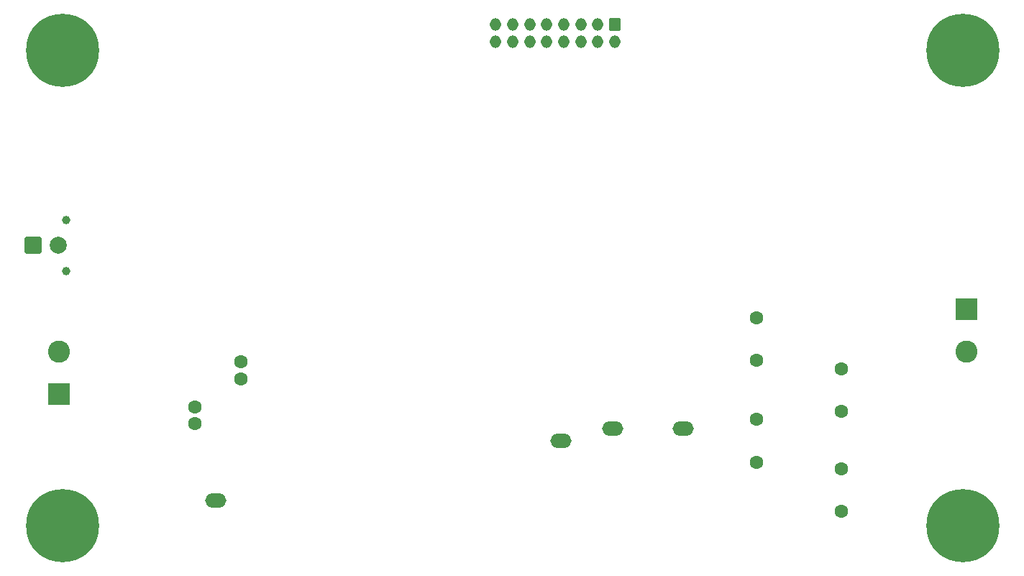
<source format=gbr>
%TF.GenerationSoftware,KiCad,Pcbnew,8.0.4*%
%TF.CreationDate,2024-08-09T15:48:13+02:00*%
%TF.ProjectId,ELE0124CL_power_boost,454c4530-3132-4344-934c-5f706f776572,1.0*%
%TF.SameCoordinates,Original*%
%TF.FileFunction,Soldermask,Bot*%
%TF.FilePolarity,Negative*%
%FSLAX46Y46*%
G04 Gerber Fmt 4.6, Leading zero omitted, Abs format (unit mm)*
G04 Created by KiCad (PCBNEW 8.0.4) date 2024-08-09 15:48:13*
%MOMM*%
%LPD*%
G01*
G04 APERTURE LIST*
G04 Aperture macros list*
%AMRoundRect*
0 Rectangle with rounded corners*
0 $1 Rounding radius*
0 $2 $3 $4 $5 $6 $7 $8 $9 X,Y pos of 4 corners*
0 Add a 4 corners polygon primitive as box body*
4,1,4,$2,$3,$4,$5,$6,$7,$8,$9,$2,$3,0*
0 Add four circle primitives for the rounded corners*
1,1,$1+$1,$2,$3*
1,1,$1+$1,$4,$5*
1,1,$1+$1,$6,$7*
1,1,$1+$1,$8,$9*
0 Add four rect primitives between the rounded corners*
20,1,$1+$1,$2,$3,$4,$5,0*
20,1,$1+$1,$4,$5,$6,$7,0*
20,1,$1+$1,$6,$7,$8,$9,0*
20,1,$1+$1,$8,$9,$2,$3,0*%
G04 Aperture macros list end*
%ADD10C,1.600000*%
%ADD11C,1.200000*%
%ADD12C,8.600000*%
%ADD13RoundRect,0.050000X-1.250000X1.250000X-1.250000X-1.250000X1.250000X-1.250000X1.250000X1.250000X0*%
%ADD14C,2.600000*%
%ADD15O,2.500000X1.700000*%
%ADD16C,1.000000*%
%ADD17RoundRect,0.200000X0.800000X-0.800000X0.800000X0.800000X-0.800000X0.800000X-0.800000X-0.800000X0*%
%ADD18C,2.000000*%
%ADD19RoundRect,0.050000X1.250000X-1.250000X1.250000X1.250000X-1.250000X1.250000X-1.250000X-1.250000X0*%
%ADD20RoundRect,0.043333X-0.606667X0.706667X-0.606667X-0.706667X0.606667X-0.706667X0.606667X0.706667X0*%
%ADD21O,1.300000X1.500000*%
G04 APERTURE END LIST*
D10*
%TO.C,C2*%
X92600000Y-109000000D03*
X92600000Y-111000000D03*
%TD*%
D11*
%TO.C,REF\u002A\u002A*%
X179775000Y-123000000D03*
X180719581Y-120719581D03*
X180719581Y-125280419D03*
X183000000Y-119775000D03*
D12*
X183000000Y-123000000D03*
D11*
X183000000Y-126225000D03*
X185280419Y-120719581D03*
X185280419Y-125280419D03*
X186225000Y-123000000D03*
%TD*%
D13*
%TO.C,J3*%
X183400000Y-97500000D03*
D14*
X183400000Y-102500000D03*
%TD*%
D15*
%TO.C,TP6*%
X141800000Y-111600000D03*
%TD*%
D16*
%TO.C,J1*%
X77440000Y-93000000D03*
X77440000Y-87000000D03*
D17*
X73500000Y-90000000D03*
D18*
X76500000Y-90000000D03*
%TD*%
D15*
%TO.C,TP5*%
X150100000Y-111600000D03*
%TD*%
D10*
%TO.C,C1*%
X98000000Y-105700000D03*
X98000000Y-103700000D03*
%TD*%
D11*
%TO.C,REF\u002A\u002A*%
X73775000Y-67000000D03*
X74719581Y-64719581D03*
X74719581Y-69280419D03*
X77000000Y-63775000D03*
D12*
X77000000Y-67000000D03*
D11*
X77000000Y-70225000D03*
X79280419Y-64719581D03*
X79280419Y-69280419D03*
X80225000Y-67000000D03*
%TD*%
D15*
%TO.C,TP7*%
X135700000Y-113000000D03*
%TD*%
%TO.C,TP8*%
X95000000Y-120000000D03*
%TD*%
D10*
%TO.C,C8*%
X168700000Y-116300000D03*
X168700000Y-121300000D03*
%TD*%
%TO.C,C11*%
X158700000Y-110500000D03*
X158700000Y-115500000D03*
%TD*%
%TO.C,C7*%
X158700000Y-98500000D03*
X158700000Y-103500000D03*
%TD*%
D19*
%TO.C,J2*%
X76600000Y-107500000D03*
D14*
X76600000Y-102500000D03*
%TD*%
D11*
%TO.C,REF\u002A\u002A*%
X73775000Y-123000000D03*
X74719581Y-120719581D03*
X74719581Y-125280419D03*
X77000000Y-119775000D03*
D12*
X77000000Y-123000000D03*
D11*
X77000000Y-126225000D03*
X79280419Y-120719581D03*
X79280419Y-125280419D03*
X80225000Y-123000000D03*
%TD*%
%TO.C,REF\u002A\u002A*%
X179775000Y-67000000D03*
X180719581Y-64719581D03*
X180719581Y-69280419D03*
X183000000Y-63775000D03*
D12*
X183000000Y-67000000D03*
D11*
X183000000Y-70225000D03*
X185280419Y-64719581D03*
X185280419Y-69280419D03*
X186225000Y-67000000D03*
%TD*%
D10*
%TO.C,C9*%
X168700000Y-104500000D03*
X168700000Y-109500000D03*
%TD*%
D20*
%TO.C,J4*%
X142000000Y-64000000D03*
D21*
X142000000Y-66000000D03*
X140000000Y-64000000D03*
X140000000Y-66000000D03*
X138000000Y-64000000D03*
X138000000Y-66000000D03*
X136000000Y-64000000D03*
X136000000Y-66000000D03*
X134000000Y-64000000D03*
X134000000Y-66000000D03*
X132000000Y-64000000D03*
X132000000Y-66000000D03*
X130000000Y-64000000D03*
X130000000Y-66000000D03*
X128000000Y-64000000D03*
X128000000Y-66000000D03*
%TD*%
M02*

</source>
